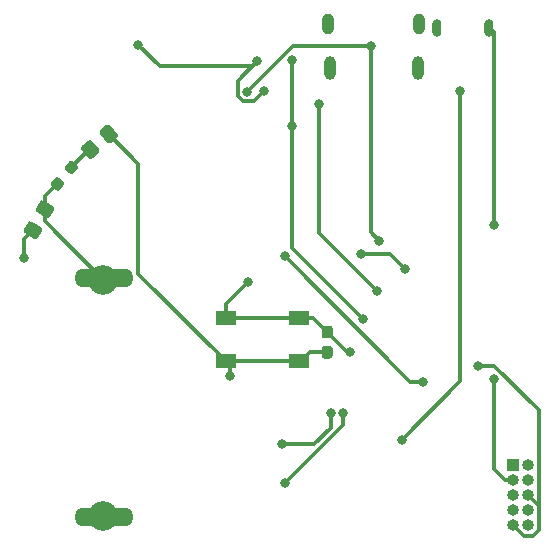
<source format=gbr>
G04 #@! TF.GenerationSoftware,KiCad,Pcbnew,(5.1.10-1-10_14)*
G04 #@! TF.CreationDate,2021-06-27T23:26:48+08:00*
G04 #@! TF.ProjectId,mops-out,6d6f7073-2d6f-4757-942e-6b696361645f,rev?*
G04 #@! TF.SameCoordinates,Original*
G04 #@! TF.FileFunction,Copper,L2,Bot*
G04 #@! TF.FilePolarity,Positive*
%FSLAX46Y46*%
G04 Gerber Fmt 4.6, Leading zero omitted, Abs format (unit mm)*
G04 Created by KiCad (PCBNEW (5.1.10-1-10_14)) date 2021-06-27 23:26:48*
%MOMM*%
%LPD*%
G01*
G04 APERTURE LIST*
G04 #@! TA.AperFunction,ComponentPad*
%ADD10R,1.000000X1.000000*%
G04 #@! TD*
G04 #@! TA.AperFunction,ComponentPad*
%ADD11O,1.000000X1.000000*%
G04 #@! TD*
G04 #@! TA.AperFunction,ComponentPad*
%ADD12C,2.499995*%
G04 #@! TD*
G04 #@! TA.AperFunction,ComponentPad*
%ADD13O,4.999990X1.599997*%
G04 #@! TD*
G04 #@! TA.AperFunction,ComponentPad*
%ADD14O,1.000000X1.800000*%
G04 #@! TD*
G04 #@! TA.AperFunction,ComponentPad*
%ADD15O,1.000000X2.000000*%
G04 #@! TD*
G04 #@! TA.AperFunction,SMDPad,CuDef*
%ADD16R,1.799996X1.199896*%
G04 #@! TD*
G04 #@! TA.AperFunction,ComponentPad*
%ADD17O,0.762000X1.524000*%
G04 #@! TD*
G04 #@! TA.AperFunction,ViaPad*
%ADD18C,0.800000*%
G04 #@! TD*
G04 #@! TA.AperFunction,Conductor*
%ADD19C,0.350000*%
G04 #@! TD*
G04 APERTURE END LIST*
D10*
X149214840Y-85664040D03*
D11*
X150484840Y-85664040D03*
X150484840Y-86934040D03*
X149214840Y-86934040D03*
X150484840Y-88204040D03*
X149214840Y-88204040D03*
X150484840Y-89474040D03*
X149214840Y-89474040D03*
X150484840Y-90744040D03*
X149214840Y-90744040D03*
D12*
X114523520Y-89933780D03*
X114523520Y-69933820D03*
D13*
X114599720Y-90055700D03*
X114599720Y-69832164D03*
D14*
X133525000Y-48250000D03*
X141275000Y-48250000D03*
D15*
X133675000Y-52050000D03*
X141125000Y-52050000D03*
G04 #@! TA.AperFunction,SMDPad,CuDef*
G36*
G01*
X110754879Y-61302907D02*
X111118750Y-61608231D01*
G75*
G02*
X111148024Y-61942829I-152662J-181936D01*
G01*
X110826631Y-62325851D01*
G75*
G02*
X110492033Y-62355125I-181936J152662D01*
G01*
X110128162Y-62049801D01*
G75*
G02*
X110098888Y-61715203I152662J181936D01*
G01*
X110420281Y-61332181D01*
G75*
G02*
X110754879Y-61302907I181936J-152662D01*
G01*
G37*
G04 #@! TD.AperFunction*
G04 #@! TA.AperFunction,SMDPad,CuDef*
G36*
G01*
X111927967Y-59904875D02*
X112291838Y-60210199D01*
G75*
G02*
X112321112Y-60544797I-152662J-181936D01*
G01*
X111999719Y-60927819D01*
G75*
G02*
X111665121Y-60957093I-181936J152662D01*
G01*
X111301250Y-60651769D01*
G75*
G02*
X111271976Y-60317171I152662J181936D01*
G01*
X111593369Y-59934149D01*
G75*
G02*
X111927967Y-59904875I181936J-152662D01*
G01*
G37*
G04 #@! TD.AperFunction*
G04 #@! TA.AperFunction,SMDPad,CuDef*
G36*
G01*
X113547167Y-58209730D02*
X114125677Y-58899171D01*
G75*
G02*
X114094863Y-59251377I-191510J-160696D01*
G01*
X113596933Y-59669190D01*
G75*
G02*
X113244727Y-59638376I-160696J191510D01*
G01*
X112666217Y-58948935D01*
G75*
G02*
X112697031Y-58596729I191510J160696D01*
G01*
X113194961Y-58178916D01*
G75*
G02*
X113547167Y-58209730I160696J-191510D01*
G01*
G37*
G04 #@! TD.AperFunction*
G04 #@! TA.AperFunction,SMDPad,CuDef*
G36*
G01*
X115117559Y-56892016D02*
X115696069Y-57581457D01*
G75*
G02*
X115665255Y-57933663I-191510J-160696D01*
G01*
X115167325Y-58351476D01*
G75*
G02*
X114815119Y-58320662I-160696J191510D01*
G01*
X114236609Y-57631221D01*
G75*
G02*
X114267423Y-57279015I191510J160696D01*
G01*
X114765353Y-56861202D01*
G75*
G02*
X115117559Y-56892016I160696J-191510D01*
G01*
G37*
G04 #@! TD.AperFunction*
D16*
X131100070Y-73149991D03*
X131100070Y-76850009D03*
X124899930Y-73149991D03*
X124899930Y-76850009D03*
G04 #@! TA.AperFunction,SMDPad,CuDef*
G36*
G01*
X109674713Y-64695289D02*
X108895287Y-64245288D01*
G75*
G02*
X108803782Y-63903784I125000J216505D01*
G01*
X109128783Y-63340865D01*
G75*
G02*
X109470288Y-63249359I216505J-124999D01*
G01*
X110249713Y-63699360D01*
G75*
G02*
X110341218Y-64040864I-125000J-216505D01*
G01*
X110016217Y-64603783D01*
G75*
G02*
X109674713Y-64695289I-216505J124999D01*
G01*
G37*
G04 #@! TD.AperFunction*
G04 #@! TA.AperFunction,SMDPad,CuDef*
G36*
G01*
X108649713Y-66470641D02*
X107870287Y-66020640D01*
G75*
G02*
X107778782Y-65679136I125000J216505D01*
G01*
X108103783Y-65116217D01*
G75*
G02*
X108445288Y-65024711I216505J-124999D01*
G01*
X109224713Y-65474712D01*
G75*
G02*
X109316218Y-65816216I-125000J-216505D01*
G01*
X108991217Y-66379135D01*
G75*
G02*
X108649713Y-66470641I-216505J124999D01*
G01*
G37*
G04 #@! TD.AperFunction*
G04 #@! TA.AperFunction,SMDPad,CuDef*
G36*
G01*
X133221720Y-75549640D02*
X133696720Y-75549640D01*
G75*
G02*
X133934220Y-75787140I0J-237500D01*
G01*
X133934220Y-76387140D01*
G75*
G02*
X133696720Y-76624640I-237500J0D01*
G01*
X133221720Y-76624640D01*
G75*
G02*
X132984220Y-76387140I0J237500D01*
G01*
X132984220Y-75787140D01*
G75*
G02*
X133221720Y-75549640I237500J0D01*
G01*
G37*
G04 #@! TD.AperFunction*
G04 #@! TA.AperFunction,SMDPad,CuDef*
G36*
G01*
X133221720Y-73824640D02*
X133696720Y-73824640D01*
G75*
G02*
X133934220Y-74062140I0J-237500D01*
G01*
X133934220Y-74662140D01*
G75*
G02*
X133696720Y-74899640I-237500J0D01*
G01*
X133221720Y-74899640D01*
G75*
G02*
X132984220Y-74662140I0J237500D01*
G01*
X132984220Y-74062140D01*
G75*
G02*
X133221720Y-73824640I237500J0D01*
G01*
G37*
G04 #@! TD.AperFunction*
D17*
X142800106Y-48600000D03*
X147199894Y-48600000D03*
D18*
X146232880Y-77236320D03*
X135399780Y-76022200D03*
X147601940Y-65272920D03*
X140073380Y-69057520D03*
X136309100Y-67769740D03*
X126756160Y-70167500D03*
X128084580Y-53944520D03*
X127556260Y-51460400D03*
X117480080Y-50050700D03*
X130470278Y-51334038D03*
X130507740Y-56941720D03*
X147561300Y-78338680D03*
X136489440Y-73228200D03*
X133790177Y-81260100D03*
X129651760Y-83878420D03*
X134790180Y-81260100D03*
X129857500Y-87177880D03*
X139760960Y-83484720D03*
X144711420Y-53952140D03*
X141577060Y-78557120D03*
X129857500Y-67965320D03*
X125211840Y-78125320D03*
X137149840Y-50177700D03*
X126697740Y-54010560D03*
X137878820Y-66644520D03*
X137690860Y-70899020D03*
X132732780Y-55051960D03*
X107817920Y-68077080D03*
D19*
X132247071Y-73149991D02*
X133459220Y-74362140D01*
X131100070Y-73149991D02*
X132247071Y-73149991D01*
X131100070Y-73149991D02*
X124899930Y-73149991D01*
X151359841Y-91164041D02*
X151359841Y-89079041D01*
X150904841Y-91619041D02*
X151359841Y-91164041D01*
X151359841Y-89079041D02*
X150484840Y-88204040D01*
X150089841Y-91619041D02*
X150904841Y-91619041D01*
X149214840Y-90744040D02*
X150089841Y-91619041D01*
X147605942Y-77236320D02*
X146232880Y-77236320D01*
X151359841Y-80990219D02*
X147605942Y-77236320D01*
X151359841Y-89079041D02*
X151359841Y-80990219D01*
X135119280Y-76022200D02*
X133459220Y-74362140D01*
X135399780Y-76022200D02*
X135119280Y-76022200D01*
X147601940Y-49002046D02*
X147199894Y-48600000D01*
X147601940Y-65272920D02*
X147601940Y-49002046D01*
X138785600Y-67769740D02*
X136309100Y-67769740D01*
X140073380Y-69057520D02*
X138785600Y-67769740D01*
X124899930Y-72023730D02*
X126756160Y-70167500D01*
X124899930Y-73149991D02*
X124899930Y-72023730D01*
X125922739Y-53093921D02*
X127556260Y-51460400D01*
X125922739Y-54382561D02*
X125922739Y-53093921D01*
X127243539Y-54785561D02*
X126325739Y-54785561D01*
X126325739Y-54785561D02*
X125922739Y-54382561D01*
X128084580Y-53944520D02*
X127243539Y-54785561D01*
X127156261Y-51860399D02*
X119289779Y-51860399D01*
X119289779Y-51860399D02*
X117480080Y-50050700D01*
X127556260Y-51460400D02*
X127156261Y-51860399D01*
X109572500Y-64982800D02*
X114523520Y-69933820D01*
X109572500Y-63972324D02*
X109572500Y-64982800D01*
X109572500Y-62879972D02*
X110623456Y-61829016D01*
X109572500Y-63972324D02*
X109572500Y-62879972D01*
X130470278Y-56904258D02*
X130507740Y-56941720D01*
X130470278Y-51334038D02*
X130470278Y-56904258D01*
X147561300Y-85987606D02*
X147561300Y-78338680D01*
X148507734Y-86934040D02*
X147561300Y-85987606D01*
X149214840Y-86934040D02*
X148507734Y-86934040D01*
X130507740Y-67246500D02*
X130507740Y-56941720D01*
X136489440Y-73228200D02*
X130507740Y-67246500D01*
X133790177Y-81260100D02*
X133790177Y-82467373D01*
X132379130Y-83878420D02*
X129651760Y-83878420D01*
X133790177Y-82467373D02*
X132379130Y-83878420D01*
X134790180Y-82245200D02*
X129857500Y-87177880D01*
X134790180Y-81260100D02*
X134790180Y-82245200D01*
X144711420Y-78534260D02*
X144711420Y-53952140D01*
X139760960Y-83484720D02*
X144711420Y-78534260D01*
X140449300Y-78557120D02*
X129857500Y-67965320D01*
X141577060Y-78557120D02*
X140449300Y-78557120D01*
X131100070Y-76850009D02*
X131239491Y-76850009D01*
X132002360Y-76087140D02*
X133459220Y-76087140D01*
X131239491Y-76850009D02*
X132002360Y-76087140D01*
X131100070Y-76850009D02*
X124899930Y-76850009D01*
X117474724Y-60114724D02*
X117474724Y-69424803D01*
X117474724Y-69424803D02*
X124899930Y-76850009D01*
X114966339Y-57606339D02*
X117474724Y-60114724D01*
X125211840Y-77161919D02*
X124899930Y-76850009D01*
X125211840Y-78125320D02*
X125211840Y-77161919D01*
X137149840Y-65915540D02*
X137878820Y-66644520D01*
X137149840Y-50177700D02*
X137149840Y-65915540D01*
X137149840Y-50177700D02*
X130530600Y-50177700D01*
X130530600Y-50177700D02*
X126697740Y-54010560D01*
X132732780Y-65940940D02*
X132732780Y-55051960D01*
X137690860Y-70899020D02*
X132732780Y-65940940D01*
X107817920Y-66477256D02*
X108547500Y-65747676D01*
X107817920Y-68077080D02*
X107817920Y-66477256D01*
X113303475Y-58924053D02*
X111796544Y-60430984D01*
X113395947Y-58924053D02*
X113303475Y-58924053D01*
M02*

</source>
